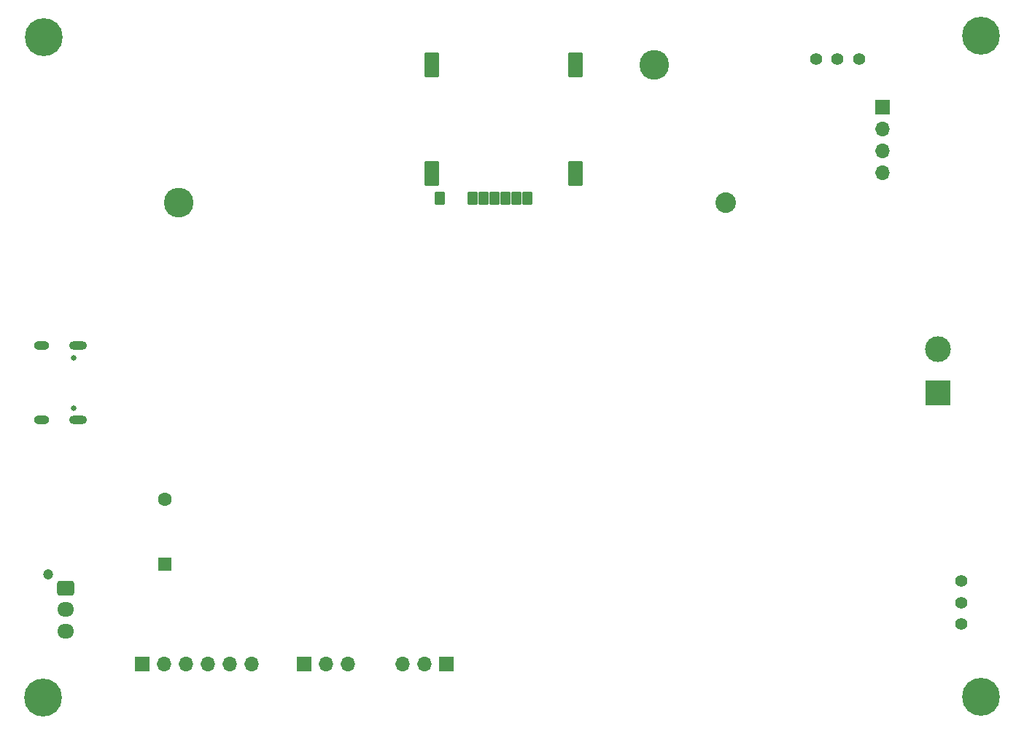
<source format=gbs>
%TF.GenerationSoftware,KiCad,Pcbnew,7.0.8*%
%TF.CreationDate,2024-04-21T21:21:46+03:00*%
%TF.ProjectId,esp32A9G,65737033-3241-4394-972e-6b696361645f,rev?*%
%TF.SameCoordinates,Original*%
%TF.FileFunction,Soldermask,Bot*%
%TF.FilePolarity,Negative*%
%FSLAX46Y46*%
G04 Gerber Fmt 4.6, Leading zero omitted, Abs format (unit mm)*
G04 Created by KiCad (PCBNEW 7.0.8) date 2024-04-21 21:21:46*
%MOMM*%
%LPD*%
G01*
G04 APERTURE LIST*
G04 Aperture macros list*
%AMRoundRect*
0 Rectangle with rounded corners*
0 $1 Rounding radius*
0 $2 $3 $4 $5 $6 $7 $8 $9 X,Y pos of 4 corners*
0 Add a 4 corners polygon primitive as box body*
4,1,4,$2,$3,$4,$5,$6,$7,$8,$9,$2,$3,0*
0 Add four circle primitives for the rounded corners*
1,1,$1+$1,$2,$3*
1,1,$1+$1,$4,$5*
1,1,$1+$1,$6,$7*
1,1,$1+$1,$8,$9*
0 Add four rect primitives between the rounded corners*
20,1,$1+$1,$2,$3,$4,$5,0*
20,1,$1+$1,$4,$5,$6,$7,0*
20,1,$1+$1,$6,$7,$8,$9,0*
20,1,$1+$1,$8,$9,$2,$3,0*%
G04 Aperture macros list end*
%ADD10R,1.700000X1.700000*%
%ADD11O,1.700000X1.700000*%
%ADD12O,1.800000X1.000000*%
%ADD13O,2.100000X1.000000*%
%ADD14C,0.650000*%
%ADD15C,1.397000*%
%ADD16C,2.390000*%
%ADD17C,3.450000*%
%ADD18C,0.700000*%
%ADD19C,4.400000*%
%ADD20C,1.200000*%
%ADD21RoundRect,0.250000X-0.725000X0.600000X-0.725000X-0.600000X0.725000X-0.600000X0.725000X0.600000X0*%
%ADD22O,1.950000X1.700000*%
%ADD23R,1.600000X1.600000*%
%ADD24C,1.600000*%
%ADD25R,3.000000X3.000000*%
%ADD26C,3.000000*%
%ADD27RoundRect,0.102000X-0.780000X-1.305000X0.780000X-1.305000X0.780000X1.305000X-0.780000X1.305000X0*%
%ADD28RoundRect,0.102000X-0.450000X-0.675000X0.450000X-0.675000X0.450000X0.675000X-0.450000X0.675000X0*%
G04 APERTURE END LIST*
D10*
%TO.C,J6*%
X64770000Y-119126000D03*
D11*
X67310000Y-119126000D03*
X69850000Y-119126000D03*
X72390000Y-119126000D03*
X74930000Y-119126000D03*
X77470000Y-119126000D03*
%TD*%
D12*
%TO.C,J1*%
X53123000Y-90822000D03*
D13*
X57303000Y-90822000D03*
D12*
X53123000Y-82182000D03*
D13*
X57303000Y-82182000D03*
D14*
X56803000Y-89392000D03*
X56803000Y-83612000D03*
%TD*%
D15*
%TO.C,SW4*%
X159810000Y-109500000D03*
X159810000Y-112000000D03*
X159810000Y-114500000D03*
%TD*%
%TO.C,SW3*%
X143000000Y-48870000D03*
X145500000Y-48870000D03*
X148000000Y-48870000D03*
%TD*%
D16*
%TO.C,BT1*%
X132546000Y-65546000D03*
D17*
X124216000Y-49546000D03*
X69016000Y-65546000D03*
%TD*%
D18*
%TO.C,H1*%
X160463274Y-46203274D03*
X160946548Y-45036548D03*
X160946548Y-47370000D03*
X162113274Y-44553274D03*
D19*
X162113274Y-46203274D03*
D18*
X162113274Y-47853274D03*
X163280000Y-45036548D03*
X163280000Y-47370000D03*
X163763274Y-46203274D03*
%TD*%
D20*
%TO.C,J11*%
X53848000Y-108712000D03*
D21*
X55848000Y-110312000D03*
D22*
X55848000Y-112812000D03*
X55848000Y-115312000D03*
%TD*%
D10*
%TO.C,J5*%
X150718000Y-54498000D03*
D11*
X150718000Y-57038000D03*
X150718000Y-59578000D03*
X150718000Y-62118000D03*
%TD*%
D23*
%TO.C,BZ1*%
X67406000Y-107574000D03*
D24*
X67406000Y-99974000D03*
%TD*%
D18*
%TO.C,H2*%
X163796726Y-122936726D03*
X163313452Y-124103452D03*
X163313452Y-121770000D03*
X162146726Y-124586726D03*
D19*
X162146726Y-122936726D03*
D18*
X162146726Y-121286726D03*
X160980000Y-124103452D03*
X160980000Y-121770000D03*
X160496726Y-122936726D03*
%TD*%
%TO.C,H3*%
X54943274Y-123046726D03*
X54460000Y-124213452D03*
X54460000Y-121880000D03*
X53293274Y-124696726D03*
D19*
X53293274Y-123046726D03*
D18*
X53293274Y-121396726D03*
X52126548Y-124213452D03*
X52126548Y-121880000D03*
X51643274Y-123046726D03*
%TD*%
D10*
%TO.C,J7*%
X83581000Y-119126000D03*
D11*
X86121000Y-119126000D03*
X88661000Y-119126000D03*
%TD*%
D25*
%TO.C,J4*%
X157140000Y-87690000D03*
D26*
X157140000Y-82610000D03*
%TD*%
D18*
%TO.C,H4*%
X51710000Y-46300000D03*
X52193274Y-45133274D03*
X52193274Y-47466726D03*
X53360000Y-44650000D03*
D19*
X53360000Y-46300000D03*
D18*
X53360000Y-47950000D03*
X54526726Y-45133274D03*
X54526726Y-47466726D03*
X55010000Y-46300000D03*
%TD*%
D10*
%TO.C,J8*%
X100076000Y-119126000D03*
D11*
X97536000Y-119126000D03*
X94996000Y-119126000D03*
%TD*%
D27*
%TO.C,J9*%
X98379000Y-62149000D03*
X98379000Y-49519000D03*
X115059000Y-49519000D03*
X115059000Y-62149000D03*
D28*
X109474000Y-65024000D03*
X106934000Y-65024000D03*
X104394000Y-65024000D03*
X108204000Y-65024000D03*
X105664000Y-65024000D03*
X103124000Y-65024000D03*
X99314000Y-65024000D03*
%TD*%
M02*

</source>
